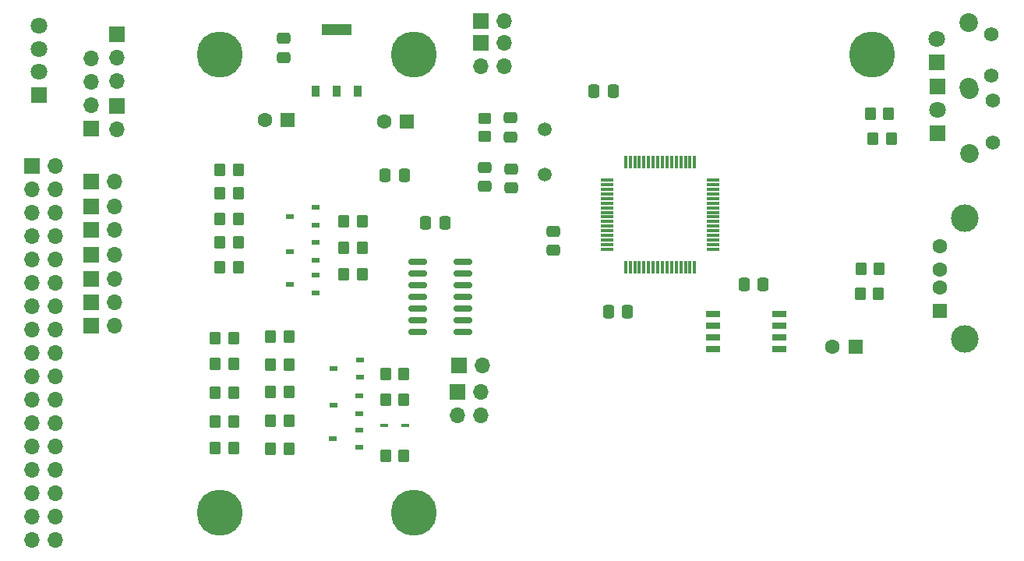
<source format=gbr>
%TF.GenerationSoftware,KiCad,Pcbnew,8.0.8*%
%TF.CreationDate,2025-02-19T22:11:45+00:00*%
%TF.ProjectId,Gotek,476f7465-6b2e-46b6-9963-61645f706362,rev?*%
%TF.SameCoordinates,Original*%
%TF.FileFunction,Soldermask,Top*%
%TF.FilePolarity,Negative*%
%FSLAX46Y46*%
G04 Gerber Fmt 4.6, Leading zero omitted, Abs format (unit mm)*
G04 Created by KiCad (PCBNEW 8.0.8) date 2025-02-19 22:11:45*
%MOMM*%
%LPD*%
G01*
G04 APERTURE LIST*
G04 Aperture macros list*
%AMRoundRect*
0 Rectangle with rounded corners*
0 $1 Rounding radius*
0 $2 $3 $4 $5 $6 $7 $8 $9 X,Y pos of 4 corners*
0 Add a 4 corners polygon primitive as box body*
4,1,4,$2,$3,$4,$5,$6,$7,$8,$9,$2,$3,0*
0 Add four circle primitives for the rounded corners*
1,1,$1+$1,$2,$3*
1,1,$1+$1,$4,$5*
1,1,$1+$1,$6,$7*
1,1,$1+$1,$8,$9*
0 Add four rect primitives between the rounded corners*
20,1,$1+$1,$2,$3,$4,$5,0*
20,1,$1+$1,$4,$5,$6,$7,0*
20,1,$1+$1,$6,$7,$8,$9,0*
20,1,$1+$1,$8,$9,$2,$3,0*%
G04 Aperture macros list end*
%ADD10C,5.000000*%
%ADD11R,1.700000X1.700000*%
%ADD12O,1.700000X1.700000*%
%ADD13RoundRect,0.250000X-0.350000X-0.450000X0.350000X-0.450000X0.350000X0.450000X-0.350000X0.450000X0*%
%ADD14RoundRect,0.250000X-0.475000X0.337500X-0.475000X-0.337500X0.475000X-0.337500X0.475000X0.337500X0*%
%ADD15R,1.600000X1.600000*%
%ADD16C,1.600000*%
%ADD17C,1.575000*%
%ADD18C,2.025000*%
%ADD19R,0.900000X0.600000*%
%ADD20R,1.800000X1.800000*%
%ADD21C,1.800000*%
%ADD22RoundRect,0.250000X-0.337500X-0.475000X0.337500X-0.475000X0.337500X0.475000X-0.337500X0.475000X0*%
%ADD23R,1.650000X0.700000*%
%ADD24R,1.500000X1.600000*%
%ADD25C,3.000000*%
%ADD26R,0.820000X0.420000*%
%ADD27R,1.475000X0.300000*%
%ADD28R,0.300000X1.475000*%
%ADD29RoundRect,0.250000X0.337500X0.475000X-0.337500X0.475000X-0.337500X-0.475000X0.337500X-0.475000X0*%
%ADD30RoundRect,0.250000X-0.450000X0.350000X-0.450000X-0.350000X0.450000X-0.350000X0.450000X0.350000X0*%
%ADD31C,1.500000*%
%ADD32R,0.950000X1.300000*%
%ADD33R,3.250000X1.300000*%
%ADD34RoundRect,0.250000X0.350000X0.450000X-0.350000X0.450000X-0.350000X-0.450000X0.350000X-0.450000X0*%
%ADD35RoundRect,0.150000X-0.825000X-0.150000X0.825000X-0.150000X0.825000X0.150000X-0.825000X0.150000X0*%
G04 APERTURE END LIST*
D10*
%TO.C,H1*%
X118491000Y-60642500D03*
%TD*%
%TO.C,H2*%
X139573000Y-60642500D03*
%TD*%
%TO.C,H3*%
X118491000Y-110363000D03*
%TD*%
%TO.C,H4*%
X139573000Y-110363000D03*
%TD*%
%TO.C,H5*%
X189357000Y-60642500D03*
%TD*%
D11*
%TO.C,J10*%
X104501950Y-68633500D03*
D12*
X104501950Y-66093500D03*
X104501950Y-63553500D03*
X104501950Y-61013500D03*
%TD*%
D13*
%TO.C,PU5*%
X118000000Y-91398725D03*
X120000000Y-91398725D03*
%TD*%
D14*
%TO.C,C4*%
X147307300Y-72877225D03*
X147307300Y-74952225D03*
%TD*%
D13*
%TO.C,R20*%
X189160275Y-67027425D03*
X191160275Y-67027425D03*
%TD*%
D11*
%TO.C,J7*%
X144360900Y-97291525D03*
D12*
X146900900Y-97291525D03*
X144360900Y-99831525D03*
X146900900Y-99831525D03*
%TD*%
D15*
%TO.C,C1*%
X187587138Y-92313125D03*
D16*
X185087138Y-92313125D03*
%TD*%
D11*
%TO.C,JK1*%
X146888200Y-56991250D03*
D12*
X149428200Y-56991250D03*
%TD*%
D11*
%TO.C,S0*%
X104498775Y-84975700D03*
D12*
X107038775Y-84975700D03*
%TD*%
D11*
%TO.C,JA1*%
X104500000Y-77080000D03*
D12*
X107040000Y-77080000D03*
%TD*%
D17*
%TO.C,S4*%
X202485625Y-70133600D03*
X202485625Y-65633600D03*
D18*
X199985625Y-71383600D03*
X199985625Y-64383600D03*
%TD*%
D19*
%TO.C,Q5*%
X133680025Y-99616300D03*
X133680025Y-97716300D03*
X130880025Y-98666300D03*
%TD*%
D13*
%TO.C,RN4*%
X136500000Y-104171750D03*
X138500000Y-104171750D03*
%TD*%
D19*
%TO.C,Q6*%
X133702250Y-95685650D03*
X133702250Y-93785650D03*
X130902250Y-94735650D03*
%TD*%
D20*
%TO.C,L5*%
X196472175Y-69119750D03*
D21*
X196472175Y-66579750D03*
%TD*%
D22*
%TO.C,C20*%
X140878650Y-78882875D03*
X142953650Y-78882875D03*
%TD*%
D11*
%TO.C,MOR1*%
X104500000Y-90106500D03*
D12*
X107040000Y-90106500D03*
%TD*%
D15*
%TO.C,C17*%
X138863075Y-67862450D03*
D16*
X136363075Y-67862450D03*
%TD*%
D13*
%TO.C,PU12*%
X118000000Y-103397050D03*
X120000000Y-103397050D03*
%TD*%
D22*
%TO.C,C6*%
X159165925Y-64573150D03*
X161240925Y-64573150D03*
%TD*%
D17*
%TO.C,S3*%
X202345925Y-62915800D03*
X202345925Y-58415800D03*
D18*
X199845925Y-64165800D03*
X199845925Y-57165800D03*
%TD*%
D13*
%TO.C,PU13*%
X124000000Y-103431975D03*
X126000000Y-103431975D03*
%TD*%
%TO.C,PU2*%
X118500000Y-78432025D03*
X120500000Y-78432025D03*
%TD*%
%TO.C,PU11*%
X118000000Y-100466525D03*
X120000000Y-100466525D03*
%TD*%
D19*
%TO.C,Q3*%
X128901650Y-86500375D03*
X128901650Y-84600375D03*
X126101650Y-85550375D03*
%TD*%
D11*
%TO.C,P1*%
X98126550Y-72694800D03*
D12*
X100666550Y-72694800D03*
X98126550Y-75234800D03*
X100666550Y-75234800D03*
X98126550Y-77774800D03*
X100666550Y-77774800D03*
X98126550Y-80314800D03*
X100666550Y-80314800D03*
X98126550Y-82854800D03*
X100666550Y-82854800D03*
X98126550Y-85394800D03*
X100666550Y-85394800D03*
X98126550Y-87934800D03*
X100666550Y-87934800D03*
X98126550Y-90474800D03*
X100666550Y-90474800D03*
X98126550Y-93014800D03*
X100666550Y-93014800D03*
X98126550Y-95554800D03*
X100666550Y-95554800D03*
X98126550Y-98094800D03*
X100666550Y-98094800D03*
X98126550Y-100634800D03*
X100666550Y-100634800D03*
X98126550Y-103174800D03*
X100666550Y-103174800D03*
X98126550Y-105714800D03*
X100666550Y-105714800D03*
X98126550Y-108254800D03*
X100666550Y-108254800D03*
X98126550Y-110794800D03*
X100666550Y-110794800D03*
X98126550Y-113334800D03*
X100666550Y-113334800D03*
%TD*%
D11*
%TO.C,J5*%
X104500000Y-74400000D03*
D12*
X107040000Y-74400000D03*
%TD*%
D11*
%TO.C,JKA1*%
X144460675Y-94351475D03*
D12*
X147000675Y-94351475D03*
%TD*%
D13*
%TO.C,PU9*%
X118000000Y-97326450D03*
X120000000Y-97326450D03*
%TD*%
D19*
%TO.C,Q4*%
X133616525Y-103286600D03*
X133616525Y-101386600D03*
X130816525Y-102336600D03*
%TD*%
D13*
%TO.C,RN2*%
X132000000Y-81600675D03*
X134000000Y-81600675D03*
%TD*%
%TO.C,PU8*%
X124000000Y-97221675D03*
X126000000Y-97221675D03*
%TD*%
D22*
%TO.C,C18*%
X136468575Y-73745725D03*
X138543575Y-73745725D03*
%TD*%
D14*
%TO.C,C5*%
X150152100Y-73022550D03*
X150152100Y-75097550D03*
%TD*%
D23*
%TO.C,U8*%
X172063225Y-88788875D03*
X172063225Y-90058875D03*
X172063225Y-91328875D03*
X172063225Y-92598875D03*
X179263225Y-92598875D03*
X179263225Y-91328875D03*
X179263225Y-90058875D03*
X179263225Y-88788875D03*
%TD*%
D11*
%TO.C,J3*%
X107362625Y-58394600D03*
D12*
X107362625Y-60934600D03*
X107362625Y-63474600D03*
%TD*%
D11*
%TO.C,J8*%
X146900000Y-59329400D03*
D12*
X149440000Y-59329400D03*
X146900000Y-61869400D03*
X149440000Y-61869400D03*
%TD*%
D13*
%TO.C,RN1*%
X132000000Y-78705075D03*
X134000000Y-78705075D03*
%TD*%
D24*
%TO.C,P3*%
X196706525Y-88456650D03*
D16*
X196706525Y-85956650D03*
X196706525Y-83956650D03*
X196706525Y-81456650D03*
D25*
X199416525Y-91526650D03*
X199416525Y-78386650D03*
%TD*%
D19*
%TO.C,Q2*%
X128901650Y-82938025D03*
X128901650Y-81038025D03*
X126101650Y-81988025D03*
%TD*%
D26*
%TO.C,DID1*%
X138650000Y-100933250D03*
X136350000Y-100933250D03*
%TD*%
D13*
%TO.C,RN3*%
X132000000Y-84461350D03*
X134000000Y-84461350D03*
%TD*%
%TO.C,RN5*%
X136500000Y-98142425D03*
X138500000Y-98142425D03*
%TD*%
D20*
%TO.C,L3*%
X196484875Y-64039750D03*
D21*
X196484875Y-66579750D03*
%TD*%
D14*
%TO.C,C3*%
X150040975Y-67494875D03*
X150040975Y-69569875D03*
%TD*%
D27*
%TO.C,U3*%
X160606600Y-74250225D03*
X160606600Y-74750225D03*
X160606600Y-75250225D03*
X160606600Y-75750225D03*
X160606600Y-76250225D03*
X160606600Y-76750225D03*
X160606600Y-77250225D03*
X160606600Y-77750225D03*
X160606600Y-78250225D03*
X160606600Y-78750225D03*
X160606600Y-79250225D03*
X160606600Y-79750225D03*
X160606600Y-80250225D03*
X160606600Y-80750225D03*
X160606600Y-81250225D03*
X160606600Y-81750225D03*
D28*
X162594600Y-83738225D03*
X163094600Y-83738225D03*
X163594600Y-83738225D03*
X164094600Y-83738225D03*
X164594600Y-83738225D03*
X165094600Y-83738225D03*
X165594600Y-83738225D03*
X166094600Y-83738225D03*
X166594600Y-83738225D03*
X167094600Y-83738225D03*
X167594600Y-83738225D03*
X168094600Y-83738225D03*
X168594600Y-83738225D03*
X169094600Y-83738225D03*
X169594600Y-83738225D03*
X170094600Y-83738225D03*
D27*
X172082600Y-81750225D03*
X172082600Y-81250225D03*
X172082600Y-80750225D03*
X172082600Y-80250225D03*
X172082600Y-79750225D03*
X172082600Y-79250225D03*
X172082600Y-78750225D03*
X172082600Y-78250225D03*
X172082600Y-77750225D03*
X172082600Y-77250225D03*
X172082600Y-76750225D03*
X172082600Y-76250225D03*
X172082600Y-75750225D03*
X172082600Y-75250225D03*
X172082600Y-74750225D03*
X172082600Y-74250225D03*
D28*
X170094600Y-72262225D03*
X169594600Y-72262225D03*
X169094600Y-72262225D03*
X168594600Y-72262225D03*
X168094600Y-72262225D03*
X167594600Y-72262225D03*
X167094600Y-72262225D03*
X166594600Y-72262225D03*
X166094600Y-72262225D03*
X165594600Y-72262225D03*
X165094600Y-72262225D03*
X164594600Y-72262225D03*
X164094600Y-72262225D03*
X163594600Y-72262225D03*
X163094600Y-72262225D03*
X162594600Y-72262225D03*
%TD*%
D11*
%TO.C,S1*%
X104498775Y-87550625D03*
D12*
X107038775Y-87550625D03*
%TD*%
D11*
%TO.C,JC1*%
X104500000Y-79629000D03*
D12*
X107040000Y-79629000D03*
%TD*%
D13*
%TO.C,PU1*%
X118500000Y-75638025D03*
X120500000Y-75638025D03*
%TD*%
D14*
%TO.C,C23*%
X125409325Y-58862050D03*
X125409325Y-60937050D03*
%TD*%
D13*
%TO.C,PU6*%
X124000000Y-94322900D03*
X126000000Y-94322900D03*
%TD*%
%TO.C,RN6*%
X136500000Y-95294450D03*
X138500000Y-95294450D03*
%TD*%
D11*
%TO.C,JB1*%
X104496950Y-82397600D03*
D12*
X107036950Y-82397600D03*
%TD*%
D13*
%TO.C,R2*%
X188061725Y-86620350D03*
X190061725Y-86620350D03*
%TD*%
D29*
%TO.C,C8*%
X162797400Y-88576150D03*
X160722400Y-88576150D03*
%TD*%
D30*
%TO.C,R10*%
X147250150Y-67532375D03*
X147250150Y-69532375D03*
%TD*%
D31*
%TO.C,Y1*%
X153838275Y-73662075D03*
X153838275Y-68762075D03*
%TD*%
D11*
%TO.C,J4*%
X107362625Y-66209625D03*
D12*
X107362625Y-68749625D03*
%TD*%
D32*
%TO.C,U4*%
X128939925Y-64617600D03*
X131229925Y-64617600D03*
X133519925Y-64617600D03*
D33*
X131229925Y-57917600D03*
%TD*%
D13*
%TO.C,PU10*%
X124000000Y-100396675D03*
X126000000Y-100396675D03*
%TD*%
D34*
%TO.C,R13*%
X120500000Y-73091675D03*
X118500000Y-73091675D03*
%TD*%
D20*
%TO.C,P2*%
X98872900Y-64990975D03*
D21*
X98872900Y-62490975D03*
X98872900Y-59990975D03*
X98872900Y-57490975D03*
%TD*%
D19*
%TO.C,Q1*%
X128920700Y-79137550D03*
X128920700Y-77237550D03*
X126120700Y-78187550D03*
%TD*%
D20*
%TO.C,L4*%
X196399150Y-61409500D03*
D21*
X196399150Y-58869500D03*
%TD*%
D13*
%TO.C,PU14*%
X118500000Y-83734275D03*
X120500000Y-83734275D03*
%TD*%
D35*
%TO.C,U1*%
X139984075Y-83127850D03*
X139984075Y-84397850D03*
X139984075Y-85667850D03*
X139984075Y-86937850D03*
X139984075Y-88207850D03*
X139984075Y-89477850D03*
X139984075Y-90747850D03*
X144934075Y-90747850D03*
X144934075Y-89477850D03*
X144934075Y-88207850D03*
X144934075Y-86937850D03*
X144934075Y-85667850D03*
X144934075Y-84397850D03*
X144934075Y-83127850D03*
%TD*%
D13*
%TO.C,R1*%
X188169550Y-83883500D03*
X190169550Y-83883500D03*
%TD*%
%TO.C,R21*%
X189477775Y-69757925D03*
X191477775Y-69757925D03*
%TD*%
D14*
%TO.C,C9*%
X154774900Y-79794825D03*
X154774900Y-81869825D03*
%TD*%
D13*
%TO.C,PU4*%
X124000000Y-91287600D03*
X126000000Y-91287600D03*
%TD*%
D15*
%TO.C,C19*%
X125871488Y-67687825D03*
D16*
X123371488Y-67687825D03*
%TD*%
D13*
%TO.C,PU3*%
X118500000Y-80978375D03*
X120500000Y-80978375D03*
%TD*%
%TO.C,PU7*%
X118000000Y-94246700D03*
X120000000Y-94246700D03*
%TD*%
D22*
%TO.C,C16*%
X175463925Y-85613875D03*
X177538925Y-85613875D03*
%TD*%
M02*

</source>
